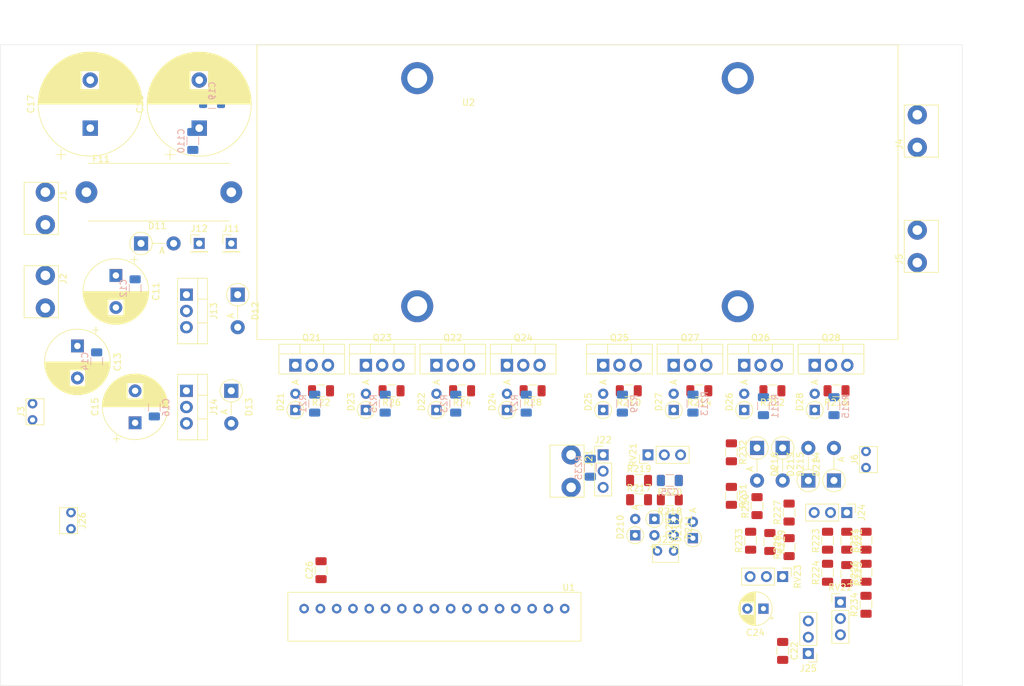
<source format=kicad_pcb>
(kicad_pcb (version 20171130) (host pcbnew 5.1.5+dfsg1-2build2)
  (layers (0 F.Cu signal) (31 B.Cu signal) (34 B.Paste user) (35 F.Paste user) (36 B.SilkS user) (37 F.SilkS user) (38 B.Mask user) (39 F.Mask user) (44 Edge.Cuts user))
  (net 0 "")
  (net 1 GND)
  (net 2 /PowerSupply/+12V_OUT)
  (net 3 /PowerSupply/+HV_OUT)
  (net 4 /PowerBoard/V_FB)
  (net 5 "Net-(C25-Pad1)")
  (net 6 /PowerBoard/T_FB)
  (net 7 "Net-(D11-Pad2)")
  (net 8 /PowerBoard/2_HO)
  (net 9 "Net-(D21-Pad2)")
  (net 10 "Net-(D22-Pad2)")
  (net 11 /PowerBoard/2_LO)
  (net 12 "Net-(D23-Pad2)")
  (net 13 "Net-(D24-Pad2)")
  (net 14 "Net-(D25-Pad2)")
  (net 15 /PowerBoard/1_HO)
  (net 16 "Net-(D26-Pad2)")
  (net 17 /PowerBoard/1_LO)
  (net 18 "Net-(D27-Pad2)")
  (net 19 "Net-(D28-Pad2)")
  (net 20 "Net-(D211-Pad1)")
  (net 21 "Net-(D210-Pad1)")
  (net 22 "Net-(D211-Pad2)")
  (net 23 "Net-(D213-Pad2)")
  (net 24 "Net-(D213-Pad1)")
  (net 25 /PowerBoard/HV_SENSE_N)
  (net 26 "Net-(D215-Pad2)")
  (net 27 /PowerSupply/+HV_IN)
  (net 28 /PowerSupply/+12V_IN)
  (net 29 /PowerSupply/+5V_IN)
  (net 30 /PowerBoard/2_VS)
  (net 31 /PowerBoard/1_VS)
  (net 32 /PowerBoard/HV_SENSE_L)
  (net 33 "Net-(J21-Pad1)")
  (net 34 /PowerBoard/I_FB)
  (net 35 "Net-(J24-Pad1)")
  (net 36 "Net-(R221-Pad1)")
  (net 37 "Net-(R222-Pad1)")
  (net 38 "Net-(R223-Pad1)")
  (net 39 "Net-(R224-Pad1)")
  (net 40 "Net-(R225-Pad1)")
  (net 41 "Net-(R226-Pad1)")
  (net 42 "Net-(R227-Pad1)")
  (net 43 "Net-(R228-Pad1)")
  (net 44 "Net-(R229-Pad1)")
  (net 45 "Net-(R230-Pad1)")
  (net 46 "Net-(R231-Pad1)")
  (net 47 "Net-(C24-Pad1)")
  (net 48 "Net-(J25-Pad1)")
  (module power_board_for_egs002:SK68-100SA (layer F.Cu) (at 125 55)
    (fp_text reference U2 (at -17 -14) (layer F.SilkS))
    (fp_text value SK68-100SA)
    (pad 4 thru_hole circle (at -25 17.8) (size 5 5) (drill 3.1) (layers *.Cu *.Mask) (net 1 GND))
    (pad 3 thru_hole circle (at 25 17.8) (size 5 5) (drill 3.1) (layers *.Cu *.Mask) (net 1 GND))
    (pad 2 thru_hole circle (at 25 -17.8) (size 5 5) (drill 3.1) (layers *.Cu *.Mask) (net 1 GND))
    (pad 1 thru_hole circle (at -25 -17.8) (size 5 5) (drill 3.1) (layers *.Cu *.Mask) (net 1 GND))
  )
  (module Capacitor_SMD:C_1206_3216Metric (layer B.Cu) (at 56 70 270)
    (fp_text reference C12 (at 0 1.82 90) (layer B.SilkS) (effects (justify mirror)))
    (fp_text value 100n)
    (pad 1 smd roundrect (at -1.4 0 270) (size 1.25 1.75) (layers B.Cu B.Paste B.Mask) (roundrect_rratio 0.2) (net 28 /PowerSupply/+12V_IN))
    (pad 2 smd roundrect (at 1.4 0 270) (size 1.25 1.75) (layers B.Cu B.Paste B.Mask) (roundrect_rratio 0.2) (net 1 GND))
  )
  (module Capacitor_SMD:C_1206_3216Metric (layer B.Cu) (at 50 81.4 270)
    (fp_text reference C14 (at 0 1.82 90) (layer B.SilkS) (effects (justify mirror)))
    (fp_text value 100n)
    (pad 2 smd roundrect (at 1.4 0 270) (size 1.25 1.75) (layers B.Cu B.Paste B.Mask) (roundrect_rratio 0.2) (net 1 GND))
    (pad 1 smd roundrect (at -1.4 0 270) (size 1.25 1.75) (layers B.Cu B.Paste B.Mask) (roundrect_rratio 0.2) (net 2 /PowerSupply/+12V_OUT))
  )
  (module Capacitor_SMD:C_1206_3216Metric (layer B.Cu) (at 59 88.6 90)
    (fp_text reference C16 (at 0 1.82 90) (layer B.SilkS) (effects (justify mirror)))
    (fp_text value 100n)
    (pad 1 smd roundrect (at -1.4 0 90) (size 1.25 1.75) (layers B.Cu B.Paste B.Mask) (roundrect_rratio 0.2) (net 29 /PowerSupply/+5V_IN))
    (pad 2 smd roundrect (at 1.4 0 90) (size 1.25 1.75) (layers B.Cu B.Paste B.Mask) (roundrect_rratio 0.2) (net 1 GND))
  )
  (module Capacitor_THT:CP_Radial_D16.0mm_P7.50mm (layer F.Cu) (at 49 45 90)
    (fp_text reference C17 (at 3.75 -9.25 90) (layer F.SilkS))
    (fp_text value MCKSK050M222J36S)
    (pad 1 thru_hole rect (at 0 0 90) (size 2.4 2.4) (drill 1.2) (layers *.Cu *.Mask) (net 3 /PowerSupply/+HV_OUT))
    (pad 2 thru_hole circle (at 7.5 0 90) (size 2.4 2.4) (drill 1.2) (layers *.Cu *.Mask) (net 1 GND))
  )
  (module Capacitor_THT:CP_Radial_D16.0mm_P7.50mm (layer F.Cu) (at 66 45 90)
    (fp_text reference C18 (at 3.75 -9.25 90) (layer F.SilkS))
    (fp_text value MCKSK050M222J36S)
    (pad 2 thru_hole circle (at 7.5 0 90) (size 2.4 2.4) (drill 1.2) (layers *.Cu *.Mask) (net 1 GND))
    (pad 1 thru_hole rect (at 0 0 90) (size 2.4 2.4) (drill 1.2) (layers *.Cu *.Mask) (net 3 /PowerSupply/+HV_OUT))
  )
  (module Capacitor_SMD:C_1206_3216Metric (layer B.Cu) (at 68 41 180)
    (fp_text reference C19 (at 0 1.82 90) (layer B.SilkS) (effects (justify mirror)))
    (fp_text value 100n)
    (pad 2 smd roundrect (at 1.4 0 180) (size 1.25 1.75) (layers B.Cu B.Paste B.Mask) (roundrect_rratio 0.2) (net 1 GND))
    (pad 1 smd roundrect (at -1.4 0 180) (size 1.25 1.75) (layers B.Cu B.Paste B.Mask) (roundrect_rratio 0.2) (net 3 /PowerSupply/+HV_OUT))
  )
  (module Capacitor_SMD:C_1206_3216Metric (layer F.Cu) (at 157 126.6 270)
    (fp_text reference C22 (at 0 -1.82 90) (layer F.SilkS))
    (fp_text value 100n)
    (pad 2 smd roundrect (at 1.4 0 270) (size 1.25 1.75) (layers F.Cu F.Paste F.Mask) (roundrect_rratio 0.2) (net 1 GND))
    (pad 1 smd roundrect (at -1.4 0 270) (size 1.25 1.75) (layers F.Cu F.Paste F.Mask) (roundrect_rratio 0.2) (net 4 /PowerBoard/V_FB))
  )
  (module Capacitor_THT:CP_Radial_D5.0mm_P2.50mm (layer F.Cu) (at 154 120 180)
    (fp_text reference C24 (at 1.25 -3.75) (layer F.SilkS))
    (fp_text value 4.7u)
    (pad 1 thru_hole rect (at 0 0 180) (size 1.6 1.6) (drill 0.8) (layers *.Cu *.Mask) (net 47 "Net-(C24-Pad1)"))
    (pad 2 thru_hole circle (at 2.5 0 180) (size 1.6 1.6) (drill 0.8) (layers *.Cu *.Mask) (net 1 GND))
  )
  (module Capacitor_SMD:C_1206_3216Metric (layer B.Cu) (at 139.4 100)
    (fp_text reference C25 (at 0 1.82) (layer B.SilkS) (effects (justify mirror)))
    (fp_text value 100n)
    (pad 1 smd roundrect (at -1.4 0) (size 1.25 1.75) (layers B.Cu B.Paste B.Mask) (roundrect_rratio 0.2) (net 5 "Net-(C25-Pad1)"))
    (pad 2 smd roundrect (at 1.4 0) (size 1.25 1.75) (layers B.Cu B.Paste B.Mask) (roundrect_rratio 0.2) (net 1 GND))
  )
  (module Capacitor_SMD:C_1206_3216Metric (layer F.Cu) (at 85 114 90)
    (fp_text reference C26 (at 0 -1.82 90) (layer F.SilkS))
    (fp_text value 100n)
    (pad 2 smd roundrect (at 1.4 0 90) (size 1.25 1.75) (layers F.Cu F.Paste F.Mask) (roundrect_rratio 0.2) (net 1 GND))
    (pad 1 smd roundrect (at -1.4 0 90) (size 1.25 1.75) (layers F.Cu F.Paste F.Mask) (roundrect_rratio 0.2) (net 6 /PowerBoard/T_FB))
  )
  (module Capacitor_SMD:C_1206_3216Metric (layer B.Cu) (at 65 47 270)
    (fp_text reference C110 (at 0 1.82 90) (layer B.SilkS) (effects (justify mirror)))
    (fp_text value 100n)
    (pad 1 smd roundrect (at -1.4 0 270) (size 1.25 1.75) (layers B.Cu B.Paste B.Mask) (roundrect_rratio 0.2) (net 3 /PowerSupply/+HV_OUT))
    (pad 2 smd roundrect (at 1.4 0 270) (size 1.25 1.75) (layers B.Cu B.Paste B.Mask) (roundrect_rratio 0.2) (net 1 GND))
  )
  (module Diode_THT:D_DO-35_SOD27_P2.54mm_Vertical_AnodeUp (layer F.Cu) (at 81 89 90)
    (fp_text reference D21 (at 1.27 -2.326371 90) (layer F.SilkS))
    (fp_text value 1N4148)
    (fp_text user A (at 4.34 0 90) (layer F.SilkS))
    (pad 1 thru_hole rect (at 0 0 90) (size 1.6 1.6) (drill 0.8) (layers *.Cu *.Mask) (net 8 /PowerBoard/2_HO))
    (pad 2 thru_hole oval (at 2.54 0 90) (size 1.6 1.6) (drill 0.8) (layers *.Cu *.Mask) (net 9 "Net-(D21-Pad2)"))
  )
  (module Diode_THT:D_DO-35_SOD27_P2.54mm_Vertical_AnodeUp (layer F.Cu) (at 103 89 90)
    (fp_text reference D22 (at 1.27 -2.326371 90) (layer F.SilkS))
    (fp_text value 1N4148)
    (fp_text user A (at 4.34 0 90) (layer F.SilkS))
    (pad 2 thru_hole oval (at 2.54 0 90) (size 1.6 1.6) (drill 0.8) (layers *.Cu *.Mask) (net 10 "Net-(D22-Pad2)"))
    (pad 1 thru_hole rect (at 0 0 90) (size 1.6 1.6) (drill 0.8) (layers *.Cu *.Mask) (net 11 /PowerBoard/2_LO))
  )
  (module Diode_THT:D_DO-35_SOD27_P2.54mm_Vertical_AnodeUp (layer F.Cu) (at 92 89 90)
    (fp_text reference D23 (at 1.27 -2.326371 90) (layer F.SilkS))
    (fp_text value 1N4148)
    (fp_text user A (at 4.34 0 90) (layer F.SilkS))
    (pad 1 thru_hole rect (at 0 0 90) (size 1.6 1.6) (drill 0.8) (layers *.Cu *.Mask) (net 8 /PowerBoard/2_HO))
    (pad 2 thru_hole oval (at 2.54 0 90) (size 1.6 1.6) (drill 0.8) (layers *.Cu *.Mask) (net 12 "Net-(D23-Pad2)"))
  )
  (module Diode_THT:D_DO-35_SOD27_P2.54mm_Vertical_AnodeUp (layer F.Cu) (at 114 89 90)
    (fp_text reference D24 (at 1.27 -2.326371 90) (layer F.SilkS))
    (fp_text value 1N4148)
    (fp_text user A (at 4.34 0 90) (layer F.SilkS))
    (pad 1 thru_hole rect (at 0 0 90) (size 1.6 1.6) (drill 0.8) (layers *.Cu *.Mask) (net 11 /PowerBoard/2_LO))
    (pad 2 thru_hole oval (at 2.54 0 90) (size 1.6 1.6) (drill 0.8) (layers *.Cu *.Mask) (net 13 "Net-(D24-Pad2)"))
  )
  (module Diode_THT:D_DO-35_SOD27_P2.54mm_Vertical_AnodeUp (layer F.Cu) (at 129 89 90)
    (fp_text reference D25 (at 1.27 -2.326371 90) (layer F.SilkS))
    (fp_text value 1N4148)
    (fp_text user A (at 4.34 0 90) (layer F.SilkS))
    (pad 2 thru_hole oval (at 2.54 0 90) (size 1.6 1.6) (drill 0.8) (layers *.Cu *.Mask) (net 14 "Net-(D25-Pad2)"))
    (pad 1 thru_hole rect (at 0 0 90) (size 1.6 1.6) (drill 0.8) (layers *.Cu *.Mask) (net 15 /PowerBoard/1_HO))
  )
  (module Diode_THT:D_DO-35_SOD27_P2.54mm_Vertical_AnodeUp (layer F.Cu) (at 151 89 90)
    (fp_text reference D26 (at 1.27 -2.326371 90) (layer F.SilkS))
    (fp_text value 1N4148)
    (fp_text user A (at 4.34 0 90) (layer F.SilkS))
    (pad 2 thru_hole oval (at 2.54 0 90) (size 1.6 1.6) (drill 0.8) (layers *.Cu *.Mask) (net 16 "Net-(D26-Pad2)"))
    (pad 1 thru_hole rect (at 0 0 90) (size 1.6 1.6) (drill 0.8) (layers *.Cu *.Mask) (net 17 /PowerBoard/1_LO))
  )
  (module Diode_THT:D_DO-35_SOD27_P2.54mm_Vertical_AnodeUp (layer F.Cu) (at 140 89 90)
    (fp_text reference D27 (at 1.27 -2.326371 90) (layer F.SilkS))
    (fp_text value 1N4148)
    (fp_text user A (at 4.34 0 90) (layer F.SilkS))
    (pad 2 thru_hole oval (at 2.54 0 90) (size 1.6 1.6) (drill 0.8) (layers *.Cu *.Mask) (net 18 "Net-(D27-Pad2)"))
    (pad 1 thru_hole rect (at 0 0 90) (size 1.6 1.6) (drill 0.8) (layers *.Cu *.Mask) (net 15 /PowerBoard/1_HO))
  )
  (module Diode_THT:D_DO-35_SOD27_P2.54mm_Vertical_AnodeUp (layer F.Cu) (at 162 89 90)
    (fp_text reference D28 (at 1.27 -2.326371 90) (layer F.SilkS))
    (fp_text value 1N4148)
    (fp_text user A (at 4.34 0 90) (layer F.SilkS))
    (pad 1 thru_hole rect (at 0 0 90) (size 1.6 1.6) (drill 0.8) (layers *.Cu *.Mask) (net 17 /PowerBoard/1_LO))
    (pad 2 thru_hole oval (at 2.54 0 90) (size 1.6 1.6) (drill 0.8) (layers *.Cu *.Mask) (net 19 "Net-(D28-Pad2)"))
  )
  (module Diode_THT:D_DO-35_SOD27_P2.54mm_Vertical_AnodeUp (layer F.Cu) (at 137 106 270)
    (fp_text reference D29 (at 1.27 -2.326371 90) (layer F.SilkS))
    (fp_text value 1N4148)
    (fp_text user A (at 4.34 0 90) (layer F.SilkS))
    (pad 1 thru_hole rect (at 0 0 270) (size 1.6 1.6) (drill 0.8) (layers *.Cu *.Mask) (net 20 "Net-(D211-Pad1)"))
    (pad 2 thru_hole oval (at 2.54 0 270) (size 1.6 1.6) (drill 0.8) (layers *.Cu *.Mask) (net 21 "Net-(D210-Pad1)"))
  )
  (module Diode_THT:D_DO-35_SOD27_P2.54mm_Vertical_AnodeUp (layer F.Cu) (at 134 108.54 90)
    (fp_text reference D210 (at 1.27 -2.326371 90) (layer F.SilkS))
    (fp_text value 1N4148)
    (fp_text user A (at 4.34 0 90) (layer F.SilkS))
    (pad 2 thru_hole oval (at 2.54 0 90) (size 1.6 1.6) (drill 0.8) (layers *.Cu *.Mask) (net 1 GND))
    (pad 1 thru_hole rect (at 0 0 90) (size 1.6 1.6) (drill 0.8) (layers *.Cu *.Mask) (net 21 "Net-(D210-Pad1)"))
  )
  (module Diode_THT:D_DO-35_SOD27_P2.54mm_Vertical_AnodeUp (layer F.Cu) (at 140 106 270)
    (fp_text reference D211 (at 1.27 -2.326371 90) (layer F.SilkS))
    (fp_text value 1N4148)
    (fp_text user A (at 4.34 0 90) (layer F.SilkS))
    (pad 1 thru_hole rect (at 0 0 270) (size 1.6 1.6) (drill 0.8) (layers *.Cu *.Mask) (net 20 "Net-(D211-Pad1)"))
    (pad 2 thru_hole oval (at 2.54 0 270) (size 1.6 1.6) (drill 0.8) (layers *.Cu *.Mask) (net 22 "Net-(D211-Pad2)"))
  )
  (module Diode_THT:D_DO-35_SOD27_P2.54mm_Vertical_AnodeUp (layer F.Cu) (at 143 109 90)
    (fp_text reference D212 (at 1.27 -2.326371 90) (layer F.SilkS))
    (fp_text value 1N4148)
    (fp_text user A (at 4.34 0 90) (layer F.SilkS))
    (pad 2 thru_hole oval (at 2.54 0 90) (size 1.6 1.6) (drill 0.8) (layers *.Cu *.Mask) (net 1 GND))
    (pad 1 thru_hole rect (at 0 0 90) (size 1.6 1.6) (drill 0.8) (layers *.Cu *.Mask) (net 22 "Net-(D211-Pad2)"))
  )
  (module Diode_THT:D_DO-41_SOD81_P5.08mm_Vertical_AnodeUp (layer F.Cu) (at 161 100 90)
    (fp_text reference D213 (at 2.54 -2.750635 90) (layer F.SilkS))
    (fp_text value 1N4007)
    (fp_text user A (at 3.28 1.1 90) (layer F.SilkS))
    (pad 2 thru_hole oval (at 5.08 0 90) (size 2.2 2.2) (drill 1.1) (layers *.Cu *.Mask) (net 23 "Net-(D213-Pad2)"))
    (pad 1 thru_hole rect (at 0 0 90) (size 2.2 2.2) (drill 1.1) (layers *.Cu *.Mask) (net 24 "Net-(D213-Pad1)"))
  )
  (module Diode_THT:D_DO-41_SOD81_P5.08mm_Vertical_AnodeUp (layer F.Cu) (at 165 100 90)
    (fp_text reference D214 (at 2.54 -2.750635 90) (layer F.SilkS))
    (fp_text value 1N4007)
    (fp_text user A (at 3.28 1.1 90) (layer F.SilkS))
    (pad 1 thru_hole rect (at 0 0 90) (size 2.2 2.2) (drill 1.1) (layers *.Cu *.Mask) (net 24 "Net-(D213-Pad1)"))
    (pad 2 thru_hole oval (at 5.08 0 90) (size 2.2 2.2) (drill 1.1) (layers *.Cu *.Mask) (net 25 /PowerBoard/HV_SENSE_N))
  )
  (module Diode_THT:D_DO-41_SOD81_P5.08mm_Vertical_AnodeUp (layer F.Cu) (at 157 94.92 270)
    (fp_text reference D215 (at 2.54 -2.750635 90) (layer F.SilkS))
    (fp_text value 1N4007)
    (fp_text user A (at 3.28 1.1 90) (layer F.SilkS))
    (pad 1 thru_hole rect (at 0 0 270) (size 2.2 2.2) (drill 1.1) (layers *.Cu *.Mask) (net 23 "Net-(D213-Pad2)"))
    (pad 2 thru_hole oval (at 5.08 0 270) (size 2.2 2.2) (drill 1.1) (layers *.Cu *.Mask) (net 26 "Net-(D215-Pad2)"))
  )
  (module Diode_THT:D_DO-41_SOD81_P5.08mm_Vertical_AnodeUp (layer F.Cu) (at 153 94.92 270)
    (fp_text reference D216 (at 2.54 -2.750635 90) (layer F.SilkS))
    (fp_text value 1N4007)
    (fp_text user A (at 3.28 1.1 90) (layer F.SilkS))
    (pad 2 thru_hole oval (at 5.08 0 270) (size 2.2 2.2) (drill 1.1) (layers *.Cu *.Mask) (net 26 "Net-(D215-Pad2)"))
    (pad 1 thru_hole rect (at 0 0 270) (size 2.2 2.2) (drill 1.1) (layers *.Cu *.Mask) (net 25 /PowerBoard/HV_SENSE_N))
  )
  (module power_board_for_egs002:696101000002 (layer F.Cu) (at 59.7 55)
    (fp_text reference F11 (at -9 -5.2) (layer F.SilkS))
    (fp_text value Fuse_Small)
    (pad 1 thru_hole circle (at -11.3 0) (size 3.4 3.4) (drill 1.5) (layers *.Cu *.Mask) (net 27 /PowerSupply/+HV_IN))
    (pad 2 thru_hole circle (at 11.3 0) (size 3.4 3.4) (drill 1.5) (layers *.Cu *.Mask) (net 3 /PowerSupply/+HV_OUT))
  )
  (module power_board_for_egs002:conn_5.08 (layer F.Cu) (at 42 55 270)
    (fp_text reference J1 (at 0.508 -2.794 90) (layer F.SilkS))
    (fp_text value +HV)
    (pad 1 thru_hole circle (at 0 0 270) (size 3 3) (drill 1.5) (layers *.Cu *.Mask) (net 27 /PowerSupply/+HV_IN))
    (pad 2 thru_hole circle (at 5.08 0 270) (size 3 3) (drill 1.5) (layers *.Cu *.Mask) (net 1 GND))
  )
  (module power_board_for_egs002:conn_5.08 (layer F.Cu) (at 42 68 270)
    (fp_text reference J2 (at 0.508 -2.794 90) (layer F.SilkS))
    (fp_text value +12V)
    (pad 2 thru_hole circle (at 5.08 0 270) (size 3 3) (drill 1.5) (layers *.Cu *.Mask) (net 1 GND))
    (pad 1 thru_hole circle (at 0 0 270) (size 3 3) (drill 1.5) (layers *.Cu *.Mask) (net 28 /PowerSupply/+12V_IN))
  )
  (module power_board_for_egs002:conn_2.54 (layer F.Cu) (at 40 90.54 90)
    (fp_text reference J3 (at 1.27 -1.778 90) (layer F.SilkS))
    (fp_text value +5V)
    (pad 1 thru_hole circle (at 0 0 90) (size 1.5 1.5) (drill 0.8) (layers *.Cu *.Mask) (net 29 /PowerSupply/+5V_IN))
    (pad 2 thru_hole circle (at 2.54 0 90) (size 1.5 1.5) (drill 0.8) (layers *.Cu *.Mask) (net 1 GND))
  )
  (module power_board_for_egs002:conn_5.08 (layer F.Cu) (at 178 48 90)
    (fp_text reference J4 (at 0.508 -2.794 90) (layer F.SilkS))
    (fp_text value BRIGDE_OUT_2)
    (pad 1 thru_hole circle (at 0 0 90) (size 3 3) (drill 1.5) (layers *.Cu *.Mask) (net 30 /PowerBoard/2_VS))
    (pad 2 thru_hole circle (at 5.08 0 90) (size 3 3) (drill 1.5) (layers *.Cu *.Mask) (net 30 /PowerBoard/2_VS))
  )
  (module power_board_for_egs002:conn_5.08 (layer F.Cu) (at 178 66 90)
    (fp_text reference J5 (at 0.508 -2.794 90) (layer F.SilkS))
    (fp_text value BRIGDE_OUT_1)
    (pad 2 thru_hole circle (at 5.08 0 90) (size 3 3) (drill 1.5) (layers *.Cu *.Mask) (net 31 /PowerBoard/1_VS))
    (pad 1 thru_hole circle (at 0 0 90) (size 3 3) (drill 1.5) (layers *.Cu *.Mask) (net 31 /PowerBoard/1_VS))
  )
  (module power_board_for_egs002:conn_2.54 (layer F.Cu) (at 170 98 90)
    (fp_text reference J6 (at 1.27 -1.778 90) (layer F.SilkS))
    (fp_text value HV_SENSE)
    (pad 2 thru_hole circle (at 2.54 0 90) (size 1.5 1.5) (drill 0.8) (layers *.Cu *.Mask) (net 25 /PowerBoard/HV_SENSE_N))
    (pad 1 thru_hole circle (at 0 0 90) (size 1.5 1.5) (drill 0.8) (layers *.Cu *.Mask) (net 32 /PowerBoard/HV_SENSE_L))
  )
  (module Connector_PinHeader_2.54mm:PinHeader_1x01_P2.54mm_Vertical (layer F.Cu) (at 71 63)
    (fp_text reference J11 (at 0 -2.33) (layer F.SilkS))
    (fp_text value +HV_TO_12)
    (pad 1 thru_hole rect (at 0 0) (size 1.7 1.7) (drill 1) (layers *.Cu *.Mask) (net 3 /PowerSupply/+HV_OUT))
  )
  (module Connector_PinHeader_2.54mm:PinHeader_1x01_P2.54mm_Vertical (layer F.Cu) (at 66 63)
    (fp_text reference J12 (at 0 -2.33) (layer F.SilkS))
    (fp_text value +HV_TO_12)
    (pad 1 thru_hole rect (at 0 0) (size 1.7 1.7) (drill 1) (layers *.Cu *.Mask) (net 7 "Net-(D11-Pad2)"))
  )
  (module power_board_for_egs002:conn_5.08 (layer F.Cu) (at 124 96 270)
    (fp_text reference J21 (at 0.508 -2.794 90) (layer F.SilkS))
    (fp_text value Conn_01x02)
    (pad 1 thru_hole circle (at 0 0 270) (size 3 3) (drill 1.5) (layers *.Cu *.Mask) (net 33 "Net-(J21-Pad1)"))
    (pad 2 thru_hole circle (at 5.08 0 270) (size 3 3) (drill 1.5) (layers *.Cu *.Mask) (net 1 GND))
  )
  (module Connector_PinHeader_2.54mm:PinHeader_1x03_P2.54mm_Vertical (layer F.Cu) (at 129 96)
    (fp_text reference J22 (at 0 -2.33) (layer F.SilkS))
    (fp_text value Conn_01x03)
    (pad 1 thru_hole rect (at 0 0) (size 1.7 1.7) (drill 1) (layers *.Cu *.Mask) (net 33 "Net-(J21-Pad1)"))
    (pad 2 thru_hole oval (at 0 2.54) (size 1.7 1.7) (drill 1) (layers *.Cu *.Mask) (net 34 /PowerBoard/I_FB))
    (pad 3 thru_hole oval (at 0 5.08) (size 1.7 1.7) (drill 1) (layers *.Cu *.Mask) (net 5 "Net-(C25-Pad1)"))
  )
  (module power_board_for_egs002:conn_2.54 (layer F.Cu) (at 137.46 111)
    (fp_text reference J23 (at 1.27 -1.778) (layer F.SilkS))
    (fp_text value Conn_01x02)
    (pad 2 thru_hole circle (at 2.54 0) (size 1.5 1.5) (drill 0.8) (layers *.Cu *.Mask) (net 22 "Net-(D211-Pad2)"))
    (pad 1 thru_hole circle (at 0 0) (size 1.5 1.5) (drill 0.8) (layers *.Cu *.Mask) (net 21 "Net-(D210-Pad1)"))
  )
  (module Connector_PinHeader_2.54mm:PinHeader_1x03_P2.54mm_Vertical (layer F.Cu) (at 167 105 270)
    (fp_text reference J24 (at 0 -2.33 90) (layer F.SilkS))
    (fp_text value HV_SENSE_SELECT_A)
    (pad 1 thru_hole rect (at 0 0 270) (size 1.7 1.7) (drill 1) (layers *.Cu *.Mask) (net 35 "Net-(J24-Pad1)"))
    (pad 2 thru_hole oval (at 0 2.54 270) (size 1.7 1.7) (drill 1) (layers *.Cu *.Mask) (net 32 /PowerBoard/HV_SENSE_L))
    (pad 3 thru_hole oval (at 0 5.08 270) (size 1.7 1.7) (drill 1) (layers *.Cu *.Mask) (net 23 "Net-(D213-Pad2)"))
  )
  (module Connector_PinHeader_2.54mm:PinHeader_1x03_P2.54mm_Vertical (layer F.Cu) (at 161 127 180)
    (fp_text reference J25 (at 0 -2.33) (layer F.SilkS))
    (fp_text value HV_SENSE_SELECT_B)
    (pad 3 thru_hole oval (at 0 5.08 180) (size 1.7 1.7) (drill 1) (layers *.Cu *.Mask) (net 47 "Net-(C24-Pad1)"))
    (pad 2 thru_hole oval (at 0 2.54 180) (size 1.7 1.7) (drill 1) (layers *.Cu *.Mask) (net 4 /PowerBoard/V_FB))
    (pad 1 thru_hole rect (at 0 0 180) (size 1.7 1.7) (drill 1) (layers *.Cu *.Mask) (net 48 "Net-(J25-Pad1)"))
  )
  (module power_board_for_egs002:conn_2.54 (layer F.Cu) (at 46 105 270)
    (fp_text reference J26 (at 1.27 -1.778 90) (layer F.SilkS))
    (fp_text value Conn_01x02)
    (pad 1 thru_hole circle (at 0 0 270) (size 1.5 1.5) (drill 0.8) (layers *.Cu *.Mask) (net 29 /PowerSupply/+5V_IN))
    (pad 2 thru_hole circle (at 2.54 0 270) (size 1.5 1.5) (drill 0.8) (layers *.Cu *.Mask) (net 6 /PowerBoard/T_FB))
  )
  (module Package_TO_SOT_THT:TO-220-3_Vertical (layer F.Cu) (at 81 82)
    (fp_text reference Q21 (at 2.54 -4.27) (layer F.SilkS))
    (fp_text value TK40E06N1)
    (pad 1 thru_hole rect (at 0 0) (size 1.905 2) (drill 1.1) (layers *.Cu *.Mask) (net 9 "Net-(D21-Pad2)"))
    (pad 2 thru_hole oval (at 2.54 0) (size 1.905 2) (drill 1.1) (layers *.Cu *.Mask) (net 3 /PowerSupply/+HV_OUT))
    (pad 3 thru_hole oval (at 5.08 0) (size 1.905 2) (drill 1.1) (layers *.Cu *.Mask) (net 30 /PowerBoard/2_VS))
  )
  (module Package_TO_SOT_THT:TO-220-3_Vertical (layer F.Cu) (at 103 82)
    (fp_text reference Q22 (at 2.54 -4.27) (layer F.SilkS))
    (fp_text value TK40E06N1)
    (pad 3 thru_hole oval (at 5.08 0) (size 1.905 2) (drill 1.1) (layers *.Cu *.Mask) (net 33 "Net-(J21-Pad1)"))
    (pad 2 thru_hole oval (at 2.54 0) (size 1.905 2) (drill 1.1) (layers *.Cu *.Mask) (net 30 /PowerBoard/2_VS))
    (pad 1 thru_hole rect (at 0 0) (size 1.905 2) (drill 1.1) (layers *.Cu *.Mask) (net 10 "Net-(D22-Pad2)"))
  )
  (module Package_TO_SOT_THT:TO-220-3_Vertical (layer F.Cu) (at 92 82)
    (fp_text reference Q23 (at 2.54 -4.27) (layer F.SilkS))
    (fp_text value TK40E06N1)
    (pad 1 thru_hole rect (at 0 0) (size 1.905 2) (drill 1.1) (layers *.Cu *.Mask) (net 12 "Net-(D23-Pad2)"))
    (pad 2 thru_hole oval (at 2.54 0) (size 1.905 2) (drill 1.1) (layers *.Cu *.Mask) (net 3 /PowerSupply/+HV_OUT))
    (pad 3 thru_hole oval (at 5.08 0) (size 1.905 2) (drill 1.1) (layers *.Cu *.Mask) (net 30 /PowerBoard/2_VS))
  )
  (module Package_TO_SOT_THT:TO-220-3_Vertical (layer F.Cu) (at 114 82)
    (fp_text reference Q24 (at 2.54 -4.27) (layer F.SilkS))
    (fp_text value TK40E06N1)
    (pad 3 thru_hole oval (at 5.08 0) (size 1.905 2) (drill 1.1) (layers *.Cu *.Mask) (net 33 "Net-(J21-Pad1)"))
    (pad 2 thru_hole oval (at 2.54 0) (size 1.905 2) (drill 1.1) (layers *.Cu *.Mask) (net 30 /PowerBoard/2_VS))
    (pad 1 thru_hole rect (at 0 0) (size 1.905 2) (drill 1.1) (layers *.Cu *.Mask) (net 13 "Net-(D24-Pad2)"))
  )
  (module Package_TO_SOT_THT:TO-220-3_Vertical (layer F.Cu) (at 129 82)
    (fp_text reference Q25 (at 2.54 -4.27) (layer F.SilkS))
    (fp_text value TK40E06N1)
    (pad 3 thru_hole oval (at 5.08 0) (size 1.905 2) (drill 1.1) (layers *.Cu *.Mask) (net 31 /PowerBoard/1_VS))
    (pad 2 thru_hole oval (at 2.54 0) (size 1.905 2) (drill 1.1) (layers *.Cu *.Mask) (net 3 /PowerSupply/+HV_OUT))
    (pad 1 thru_hole rect (at 0 0) (size 1.905 2) (drill 1.1) (layers *.Cu *.Mask) (net 14 "Net-(D25-Pad2)"))
  )
  (module Package_TO_SOT_THT:TO-220-3_Vertical (layer F.Cu) (at 151 82)
    (fp_text reference Q26 (at 2.54 -4.27) (layer F.SilkS))
    (fp_text value TK40E06N1)
    (pad 1 thru_hole rect (at 0 0) (size 1.905 2) (drill 1.1) (layers *.Cu *.Mask) (net 16 "Net-(D26-Pad2)"))
    (pad 2 thru_hole oval (at 2.54 0) (size 1.905 2) (drill 1.1) (layers *.Cu *.Mask) (net 31 /PowerBoard/1_VS))
    (pad 3 thru_hole oval (at 5.08 0) (size 1.905 2) (drill 1.1) (layers *.Cu *.Mask) (net 33 "Net-(J21-Pad1)"))
  )
  (module Package_TO_SOT_THT:TO-220-3_Vertical (layer F.Cu) (at 140 82)
    (fp_text reference Q27 (at 2.54 -4.27) (layer F.SilkS))
    (fp_text value TK40E06N1)
    (pad 1 thru_hole rect (at 0 0) (size 1.905 2) (drill 1.1) (layers *.Cu *.Mask) (net 18 "Net-(D27-Pad2)"))
    (pad 2 thru_hole oval (at 2.54 0) (size 1.905 2) (drill 1.1) (layers *.Cu *.Mask) (net 3 /PowerSupply/+HV_OUT))
    (pad 3 thru_hole oval (at 5.08 0) (size 1.905 2) (drill 1.1) (layers *.Cu *.Mask) (net 31 /PowerBoard/1_VS))
  )
  (module Package_TO_SOT_THT:TO-220-3_Vertical (layer F.Cu) (at 162 82)
    (fp_text reference Q28 (at 2.54 -4.27) (layer F.SilkS))
    (fp_text value TK40E06N1)
    (pad 3 thru_hole oval (at 5.08 0) (size 1.905 2) (drill 1.1) (layers *.Cu *.Mask) (net 33 "Net-(J21-Pad1)"))
    (pad 2 thru_hole oval (at 2.54 0) (size 1.905 2) (drill 1.1) (layers *.Cu *.Mask) (net 31 /PowerBoard/1_VS))
    (pad 1 thru_hole rect (at 0 0) (size 1.905 2) (drill 1.1) (layers *.Cu *.Mask) (net 19 "Net-(D28-Pad2)"))
  )
  (module Resistor_SMD:R_1206_3216Metric (layer B.Cu) (at 84 88 270)
    (fp_text reference R21 (at 0 1.82 90) (layer B.SilkS) (effects (justify mirror)))
    (fp_text value 5.6)
    (pad 1 smd roundrect (at -1.4 0 270) (size 1.25 1.75) (layers B.Cu B.Paste B.Mask) (roundrect_rratio 0.2) (net 9 "Net-(D21-Pad2)"))
    (pad 2 smd roundrect (at 1.4 0 270) (size 1.25 1.75) (layers B.Cu B.Paste B.Mask) (roundrect_rratio 0.2) (net 8 /PowerBoard/2_HO))
  )
  (module Resistor_SMD:R_1206_3216Metric (layer F.Cu) (at 85 86 180)
    (fp_text reference R22 (at 0 -1.82 180) (layer F.SilkS))
    (fp_text value 10k)
    (pad 1 smd roundrect (at -1.4 0 180) (size 1.25 1.75) (layers F.Cu F.Paste F.Mask) (roundrect_rratio 0.2) (net 30 /PowerBoard/2_VS))
    (pad 2 smd roundrect (at 1.4 0 180) (size 1.25 1.75) (layers F.Cu F.Paste F.Mask) (roundrect_rratio 0.2) (net 9 "Net-(D21-Pad2)"))
  )
  (module Resistor_SMD:R_1206_3216Metric (layer B.Cu) (at 106 88 270)
    (fp_text reference R23 (at 0 1.82 90) (layer B.SilkS) (effects (justify mirror)))
    (fp_text value 5.6)
    (pad 1 smd roundrect (at -1.4 0 270) (size 1.25 1.75) (layers B.Cu B.Paste B.Mask) (roundrect_rratio 0.2) (net 10 "Net-(D22-Pad2)"))
    (pad 2 smd roundrect (at 1.4 0 270) (size 1.25 1.75) (layers B.Cu B.Paste B.Mask) (roundrect_rratio 0.2) (net 11 /PowerBoard/2_LO))
  )
  (module Resistor_SMD:R_1206_3216Metric (layer F.Cu) (at 107 86 180)
    (fp_text reference R24 (at 0 -1.82) (layer F.SilkS))
    (fp_text value 10k)
    (pad 2 smd roundrect (at 1.4 0 180) (size 1.25 1.75) (layers F.Cu F.Paste F.Mask) (roundrect_rratio 0.2) (net 10 "Net-(D22-Pad2)"))
    (pad 1 smd roundrect (at -1.4 0 180) (size 1.25 1.75) (layers F.Cu F.Paste F.Mask) (roundrect_rratio 0.2) (net 33 "Net-(J21-Pad1)"))
  )
  (module Resistor_SMD:R_1206_3216Metric (layer B.Cu) (at 95 88 270)
    (fp_text reference R25 (at 0 1.82 90) (layer B.SilkS) (effects (justify mirror)))
    (fp_text value 5.6)
    (pad 1 smd roundrect (at -1.4 0 270) (size 1.25 1.75) (layers B.Cu B.Paste B.Mask) (roundrect_rratio 0.2) (net 12 "Net-(D23-Pad2)"))
    (pad 2 smd roundrect (at 1.4 0 270) (size 1.25 1.75) (layers B.Cu B.Paste B.Mask) (roundrect_rratio 0.2) (net 8 /PowerBoard/2_HO))
  )
  (module Resistor_SMD:R_1206_3216Metric (layer F.Cu) (at 96 86 180)
    (fp_text reference R26 (at 0 -1.82) (layer F.SilkS))
    (fp_text value 10k)
    (pad 2 smd roundrect (at 1.4 0 180) (size 1.25 1.75) (layers F.Cu F.Paste F.Mask) (roundrect_rratio 0.2) (net 12 "Net-(D23-Pad2)"))
    (pad 1 smd roundrect (at -1.4 0 180) (size 1.25 1.75) (layers F.Cu F.Paste F.Mask) (roundrect_rratio 0.2) (net 30 /PowerBoard/2_VS))
  )
  (module Resistor_SMD:R_1206_3216Metric (layer B.Cu) (at 117 88 270)
    (fp_text reference R27 (at 0 1.82 90) (layer B.SilkS) (effects (justify mirror)))
    (fp_text value 5.6)
    (pad 2 smd roundrect (at 1.4 0 270) (size 1.25 1.75) (layers B.Cu B.Paste B.Mask) (roundrect_rratio 0.2) (net 11 /PowerBoard/2_LO))
    (pad 1 smd roundrect (at -1.4 0 270) (size 1.25 1.75) (layers B.Cu B.Paste B.Mask) (roundrect_rratio 0.2) (net 13 "Net-(D24-Pad2)"))
  )
  (module Resistor_SMD:R_1206_3216Metric (layer F.Cu) (at 118 86 180)
    (fp_text reference R28 (at 0 -1.82) (layer F.SilkS))
    (fp_text value 10k)
    (pad 1 smd roundrect (at -1.4 0 180) (size 1.25 1.75) (layers F.Cu F.Paste F.Mask) (roundrect_rratio 0.2) (net 33 "Net-(J21-Pad1)"))
    (pad 2 smd roundrect (at 1.4 0 180) (size 1.25 1.75) (layers F.Cu F.Paste F.Mask) (roundrect_rratio 0.2) (net 13 "Net-(D24-Pad2)"))
  )
  (module Resistor_SMD:R_1206_3216Metric (layer B.Cu) (at 132 88 90)
    (fp_text reference R29 (at 0 1.82 90) (layer B.SilkS) (effects (justify mirror)))
    (fp_text value 5.6)
    (pad 2 smd roundrect (at 1.4 0 90) (size 1.25 1.75) (layers B.Cu B.Paste B.Mask) (roundrect_rratio 0.2) (net 14 "Net-(D25-Pad2)"))
    (pad 1 smd roundrect (at -1.4 0 90) (size 1.25 1.75) (layers B.Cu B.Paste B.Mask) (roundrect_rratio 0.2) (net 15 /PowerBoard/1_HO))
  )
  (module Resistor_SMD:R_1206_3216Metric (layer F.Cu) (at 133 86 180)
    (fp_text reference R210 (at 0 -1.82) (layer F.SilkS))
    (fp_text value 10k)
    (pad 2 smd roundrect (at 1.4 0 180) (size 1.25 1.75) (layers F.Cu F.Paste F.Mask) (roundrect_rratio 0.2) (net 14 "Net-(D25-Pad2)"))
    (pad 1 smd roundrect (at -1.4 0 180) (size 1.25 1.75) (layers F.Cu F.Paste F.Mask) (roundrect_rratio 0.2) (net 31 /PowerBoard/1_VS))
  )
  (module Resistor_SMD:R_1206_3216Metric (layer B.Cu) (at 154 88.4 90)
    (fp_text reference R211 (at 0 1.82 90) (layer B.SilkS) (effects (justify mirror)))
    (fp_text value 5.6)
    (pad 1 smd roundrect (at -1.4 0 90) (size 1.25 1.75) (layers B.Cu B.Paste B.Mask) (roundrect_rratio 0.2) (net 17 /PowerBoard/1_LO))
    (pad 2 smd roundrect (at 1.4 0 90) (size 1.25 1.75) (layers B.Cu B.Paste B.Mask) (roundrect_rratio 0.2) (net 16 "Net-(D26-Pad2)"))
  )
  (module Resistor_SMD:R_1206_3216Metric (layer F.Cu) (at 155.4 86 180)
    (fp_text reference R212 (at 0 -1.82) (layer F.SilkS))
    (fp_text value 10k)
    (pad 1 smd roundrect (at -1.4 0 180) (size 1.25 1.75) (layers F.Cu F.Paste F.Mask) (roundrect_rratio 0.2) (net 33 "Net-(J21-Pad1)"))
    (pad 2 smd roundrect (at 1.4 0 180) (size 1.25 1.75) (layers F.Cu F.Paste F.Mask) (roundrect_rratio 0.2) (net 16 "Net-(D26-Pad2)"))
  )
  (module Resistor_SMD:R_1206_3216Metric (layer B.Cu) (at 143 88 90)
    (fp_text reference R213 (at 0 1.82 90) (layer B.SilkS) (effects (justify mirror)))
    (fp_text value 5.6)
    (pad 1 smd roundrect (at -1.4 0 90) (size 1.25 1.75) (layers B.Cu B.Paste B.Mask) (roundrect_rratio 0.2) (net 15 /PowerBoard/1_HO))
    (pad 2 smd roundrect (at 1.4 0 90) (size 1.25 1.75) (layers B.Cu B.Paste B.Mask) (roundrect_rratio 0.2) (net 18 "Net-(D27-Pad2)"))
  )
  (module Resistor_SMD:R_1206_3216Metric (layer F.Cu) (at 144 86 180)
    (fp_text reference R214 (at 0 -1.82) (layer F.SilkS))
    (fp_text value 10k)
    (pad 1 smd roundrect (at -1.4 0 180) (size 1.25 1.75) (layers F.Cu F.Paste F.Mask) (roundrect_rratio 0.2) (net 31 /PowerBoard/1_VS))
    (pad 2 smd roundrect (at 1.4 0 180) (size 1.25 1.75) (layers F.Cu F.Paste F.Mask) (roundrect_rratio 0.2) (net 18 "Net-(D27-Pad2)"))
  )
  (module Resistor_SMD:R_1206_3216Metric (layer B.Cu) (at 165 88.4 90)
    (fp_text reference R215 (at 0 1.82 270) (layer B.SilkS) (effects (justify mirror)))
    (fp_text value 5.6)
    (pad 1 smd roundrect (at -1.4 0 90) (size 1.25 1.75) (layers B.Cu B.Paste B.Mask) (roundrect_rratio 0.2) (net 17 /PowerBoard/1_LO))
    (pad 2 smd roundrect (at 1.4 0 90) (size 1.25 1.75) (layers B.Cu B.Paste B.Mask) (roundrect_rratio 0.2) (net 19 "Net-(D28-Pad2)"))
  )
  (module Resistor_SMD:R_1206_3216Metric (layer F.Cu) (at 165.4 86 180)
    (fp_text reference R216 (at 0 -1.82) (layer F.SilkS))
    (fp_text value 10k)
    (pad 2 smd roundrect (at 1.4 0 180) (size 1.25 1.75) (layers F.Cu F.Paste F.Mask) (roundrect_rratio 0.2) (net 19 "Net-(D28-Pad2)"))
    (pad 1 smd roundrect (at -1.4 0 180) (size 1.25 1.75) (layers F.Cu F.Paste F.Mask) (roundrect_rratio 0.2) (net 33 "Net-(J21-Pad1)"))
  )
  (module Resistor_SMD:R_1206_3216Metric (layer F.Cu) (at 134.6 103)
    (fp_text reference R217 (at 0 -1.82) (layer F.SilkS))
    (fp_text value 10k)
    (pad 2 smd roundrect (at 1.4 0) (size 1.25 1.75) (layers F.Cu F.Paste F.Mask) (roundrect_rratio 0.2) (net 20 "Net-(D211-Pad1)"))
    (pad 1 smd roundrect (at -1.4 0) (size 1.25 1.75) (layers F.Cu F.Paste F.Mask) (roundrect_rratio 0.2) (net 1 GND))
  )
  (module Resistor_SMD:R_1206_3216Metric (layer F.Cu) (at 139.4 103 180)
    (fp_text reference R218 (at 0 -1.82) (layer F.SilkS))
    (fp_text value 10k)
    (pad 2 smd roundrect (at 1.4 0 180) (size 1.25 1.75) (layers F.Cu F.Paste F.Mask) (roundrect_rratio 0.2) (net 20 "Net-(D211-Pad1)"))
    (pad 1 smd roundrect (at -1.4 0 180) (size 1.25 1.75) (layers F.Cu F.Paste F.Mask) (roundrect_rratio 0.2) (net 1 GND))
  )
  (module Resistor_SMD:R_1206_3216Metric (layer F.Cu) (at 134.6 100)
    (fp_text reference R219 (at 0 -1.82) (layer F.SilkS))
    (fp_text value 10k)
    (pad 2 smd roundrect (at 1.4 0) (size 1.25 1.75) (layers F.Cu F.Paste F.Mask) (roundrect_rratio 0.2) (net 20 "Net-(D211-Pad1)"))
    (pad 1 smd roundrect (at -1.4 0) (size 1.25 1.75) (layers F.Cu F.Paste F.Mask) (roundrect_rratio 0.2) (net 1 GND))
  )
  (module Resistor_SMD:R_1206_3216Metric (layer F.Cu) (at 139.4 100 180)
    (fp_text reference R220 (at 0 -1.82) (layer F.SilkS))
    (fp_text value 10k)
    (pad 1 smd roundrect (at -1.4 0 180) (size 1.25 1.75) (layers F.Cu F.Paste F.Mask) (roundrect_rratio 0.2) (net 1 GND))
    (pad 2 smd roundrect (at 1.4 0 180) (size 1.25 1.75) (layers F.Cu F.Paste F.Mask) (roundrect_rratio 0.2) (net 20 "Net-(D211-Pad1)"))
  )
  (module Resistor_SMD:R_1206_3216Metric (layer F.Cu) (at 170 109.4 90)
    (fp_text reference R221 (at 0 -1.82 90) (layer F.SilkS))
    (fp_text value 33k)
    (pad 2 smd roundrect (at 1.4 0 90) (size 1.25 1.75) (layers F.Cu F.Paste F.Mask) (roundrect_rratio 0.2) (net 35 "Net-(J24-Pad1)"))
    (pad 1 smd roundrect (at -1.4 0 90) (size 1.25 1.75) (layers F.Cu F.Paste F.Mask) (roundrect_rratio 0.2) (net 36 "Net-(R221-Pad1)"))
  )
  (module Resistor_SMD:R_1206_3216Metric (layer F.Cu) (at 167 109.4 270)
    (fp_text reference R222 (at 0 -1.82 90) (layer F.SilkS))
    (fp_text value 33k)
    (pad 1 smd roundrect (at -1.4 0 270) (size 1.25 1.75) (layers F.Cu F.Paste F.Mask) (roundrect_rratio 0.2) (net 37 "Net-(R222-Pad1)"))
    (pad 2 smd roundrect (at 1.4 0 270) (size 1.25 1.75) (layers F.Cu F.Paste F.Mask) (roundrect_rratio 0.2) (net 36 "Net-(R221-Pad1)"))
  )
  (module Resistor_SMD:R_1206_3216Metric (layer F.Cu) (at 164 109.4 90)
    (fp_text reference R223 (at 0 -1.82 90) (layer F.SilkS))
    (fp_text value 33k)
    (pad 1 smd roundrect (at -1.4 0 90) (size 1.25 1.75) (layers F.Cu F.Paste F.Mask) (roundrect_rratio 0.2) (net 38 "Net-(R223-Pad1)"))
    (pad 2 smd roundrect (at 1.4 0 90) (size 1.25 1.75) (layers F.Cu F.Paste F.Mask) (roundrect_rratio 0.2) (net 37 "Net-(R222-Pad1)"))
  )
  (module Resistor_SMD:R_1206_3216Metric (layer F.Cu) (at 164 114.4 90)
    (fp_text reference R224 (at 0 -1.82 90) (layer F.SilkS))
    (fp_text value 33k)
    (pad 2 smd roundrect (at 1.4 0 90) (size 1.25 1.75) (layers F.Cu F.Paste F.Mask) (roundrect_rratio 0.2) (net 38 "Net-(R223-Pad1)"))
    (pad 1 smd roundrect (at -1.4 0 90) (size 1.25 1.75) (layers F.Cu F.Paste F.Mask) (roundrect_rratio 0.2) (net 39 "Net-(R224-Pad1)"))
  )
  (module Resistor_SMD:R_1206_3216Metric (layer F.Cu) (at 167 114.6 270)
    (fp_text reference R225 (at 0 -1.82 90) (layer F.SilkS))
    (fp_text value 33k)
    (pad 1 smd roundrect (at -1.4 0 270) (size 1.25 1.75) (layers F.Cu F.Paste F.Mask) (roundrect_rratio 0.2) (net 40 "Net-(R225-Pad1)"))
    (pad 2 smd roundrect (at 1.4 0 270) (size 1.25 1.75) (layers F.Cu F.Paste F.Mask) (roundrect_rratio 0.2) (net 39 "Net-(R224-Pad1)"))
  )
  (module Resistor_SMD:R_1206_3216Metric (layer F.Cu) (at 170 114.4 90)
    (fp_text reference R226 (at 0 -1.82 90) (layer F.SilkS))
    (fp_text value 33k)
    (pad 2 smd roundrect (at 1.4 0 90) (size 1.25 1.75) (layers F.Cu F.Paste F.Mask) (roundrect_rratio 0.2) (net 40 "Net-(R225-Pad1)"))
    (pad 1 smd roundrect (at -1.4 0 90) (size 1.25 1.75) (layers F.Cu F.Paste F.Mask) (roundrect_rratio 0.2) (net 41 "Net-(R226-Pad1)"))
  )
  (module Resistor_SMD:R_1206_3216Metric (layer F.Cu) (at 158 105 90)
    (fp_text reference R227 (at 0 -1.82 90) (layer F.SilkS))
    (fp_text value 33k)
    (pad 2 smd roundrect (at 1.4 0 90) (size 1.25 1.75) (layers F.Cu F.Paste F.Mask) (roundrect_rratio 0.2) (net 24 "Net-(D213-Pad1)"))
    (pad 1 smd roundrect (at -1.4 0 90) (size 1.25 1.75) (layers F.Cu F.Paste F.Mask) (roundrect_rratio 0.2) (net 42 "Net-(R227-Pad1)"))
  )
  (module Resistor_SMD:R_1206_3216Metric (layer F.Cu) (at 158 110.4 90)
    (fp_text reference R228 (at 0 -1.82 90) (layer F.SilkS))
    (fp_text value 33k)
    (pad 1 smd roundrect (at -1.4 0 90) (size 1.25 1.75) (layers F.Cu F.Paste F.Mask) (roundrect_rratio 0.2) (net 43 "Net-(R228-Pad1)"))
    (pad 2 smd roundrect (at 1.4 0 90) (size 1.25 1.75) (layers F.Cu F.Paste F.Mask) (roundrect_rratio 0.2) (net 42 "Net-(R227-Pad1)"))
  )
  (module Resistor_SMD:R_1206_3216Metric (layer F.Cu) (at 155 109.6 270)
    (fp_text reference R229 (at 0 -1.82 90) (layer F.SilkS))
    (fp_text value 33k)
    (pad 2 smd roundrect (at 1.4 0 270) (size 1.25 1.75) (layers F.Cu F.Paste F.Mask) (roundrect_rratio 0.2) (net 43 "Net-(R228-Pad1)"))
    (pad 1 smd roundrect (at -1.4 0 270) (size 1.25 1.75) (layers F.Cu F.Paste F.Mask) (roundrect_rratio 0.2) (net 44 "Net-(R229-Pad1)"))
  )
  (module Resistor_SMD:R_1206_3216Metric (layer F.Cu) (at 153 104 90)
    (fp_text reference R230 (at 0 -1.82 90) (layer F.SilkS))
    (fp_text value 33k)
    (pad 1 smd roundrect (at -1.4 0 90) (size 1.25 1.75) (layers F.Cu F.Paste F.Mask) (roundrect_rratio 0.2) (net 45 "Net-(R230-Pad1)"))
    (pad 2 smd roundrect (at 1.4 0 90) (size 1.25 1.75) (layers F.Cu F.Paste F.Mask) (roundrect_rratio 0.2) (net 26 "Net-(D215-Pad2)"))
  )
  (module Resistor_SMD:R_1206_3216Metric (layer F.Cu) (at 149 102.4 270)
    (fp_text reference R231 (at 0 -1.82 90) (layer F.SilkS))
    (fp_text value 33k)
    (pad 2 smd roundrect (at 1.4 0 270) (size 1.25 1.75) (layers F.Cu F.Paste F.Mask) (roundrect_rratio 0.2) (net 45 "Net-(R230-Pad1)"))
    (pad 1 smd roundrect (at -1.4 0 270) (size 1.25 1.75) (layers F.Cu F.Paste F.Mask) (roundrect_rratio 0.2) (net 46 "Net-(R231-Pad1)"))
  )
  (module Resistor_SMD:R_1206_3216Metric (layer F.Cu) (at 149 95.6 270)
    (fp_text reference R232 (at 0 -1.82 90) (layer F.SilkS))
    (fp_text value 33k)
    (pad 1 smd roundrect (at -1.4 0 270) (size 1.25 1.75) (layers F.Cu F.Paste F.Mask) (roundrect_rratio 0.2) (net 1 GND))
    (pad 2 smd roundrect (at 1.4 0 270) (size 1.25 1.75) (layers F.Cu F.Paste F.Mask) (roundrect_rratio 0.2) (net 46 "Net-(R231-Pad1)"))
  )
  (module Resistor_SMD:R_1206_3216Metric (layer F.Cu) (at 152 109.4 90)
    (fp_text reference R233 (at 0 -1.82 90) (layer F.SilkS))
    (fp_text value 10k)
    (pad 2 smd roundrect (at 1.4 0 90) (size 1.25 1.75) (layers F.Cu F.Paste F.Mask) (roundrect_rratio 0.2) (net 44 "Net-(R229-Pad1)"))
    (pad 1 smd roundrect (at -1.4 0 90) (size 1.25 1.75) (layers F.Cu F.Paste F.Mask) (roundrect_rratio 0.2) (net 1 GND))
  )
  (module Resistor_SMD:R_1206_3216Metric (layer F.Cu) (at 170 119.4 90)
    (fp_text reference R234 (at 0 -1.82 90) (layer F.SilkS))
    (fp_text value 10k)
    (pad 2 smd roundrect (at 1.4 0 90) (size 1.25 1.75) (layers F.Cu F.Paste F.Mask) (roundrect_rratio 0.2) (net 41 "Net-(R226-Pad1)"))
    (pad 1 smd roundrect (at -1.4 0 90) (size 1.25 1.75) (layers F.Cu F.Paste F.Mask) (roundrect_rratio 0.2) (net 1 GND))
  )
  (module Resistor_SMD:R_1206_3216Metric (layer B.Cu) (at 127 98 270)
    (fp_text reference R235 (at 0 1.82 90) (layer B.SilkS) (effects (justify mirror)))
    (fp_text value R_Small)
    (pad 1 smd roundrect (at -1.4 0 270) (size 1.25 1.75) (layers B.Cu B.Paste B.Mask) (roundrect_rratio 0.2) (net 33 "Net-(J21-Pad1)"))
    (pad 2 smd roundrect (at 1.4 0 270) (size 1.25 1.75) (layers B.Cu B.Paste B.Mask) (roundrect_rratio 0.2) (net 1 GND))
  )
  (module Connector_PinHeader_2.54mm:PinHeader_1x03_P2.54mm_Vertical (layer F.Cu) (at 136 96 90)
    (fp_text reference RV21 (at 0 -2.33 90) (layer F.SilkS))
    (fp_text value 100k)
    (pad 1 thru_hole rect (at 0 0 90) (size 1.7 1.7) (drill 1) (layers *.Cu *.Mask) (net 20 "Net-(D211-Pad1)"))
    (pad 2 thru_hole oval (at 0 2.54 90) (size 1.7 1.7) (drill 1) (layers *.Cu *.Mask) (net 5 "Net-(C25-Pad1)"))
    (pad 3 thru_hole oval (at 0 5.08 90) (size 1.7 1.7) (drill 1) (layers *.Cu *.Mask) (net 1 GND))
  )
  (module Connector_PinHeader_2.54mm:PinHeader_1x03_P2.54mm_Vertical (layer F.Cu) (at 166 119)
    (fp_text reference RV22 (at 0 -2.33) (layer F.SilkS))
    (fp_text value 100k)
    (pad 1 thru_hole rect (at 0 0) (size 1.7 1.7) (drill 1) (layers *.Cu *.Mask) (net 41 "Net-(R226-Pad1)"))
    (pad 2 thru_hole oval (at 0 2.54) (size 1.7 1.7) (drill 1) (layers *.Cu *.Mask) (net 48 "Net-(J25-Pad1)"))
    (pad 3 thru_hole oval (at 0 5.08) (size 1.7 1.7) (drill 1) (layers *.Cu *.Mask) (net 1 GND))
  )
  (module Connector_PinHeader_2.54mm:PinHeader_1x03_P2.54mm_Vertical (layer F.Cu) (at 157 115 270)
    (fp_text reference RV23 (at 0 -2.33 90) (layer F.SilkS))
    (fp_text value 100k)
    (pad 3 thru_hole oval (at 0 5.08 270) (size 1.7 1.7) (drill 1) (layers *.Cu *.Mask) (net 1 GND))
    (pad 2 thru_hole oval (at 0 2.54 270) (size 1.7 1.7) (drill 1) (layers *.Cu *.Mask) (net 47 "Net-(C24-Pad1)"))
    (pad 1 thru_hole rect (at 0 0 270) (size 1.7 1.7) (drill 1) (layers *.Cu *.Mask) (net 44 "Net-(R229-Pad1)"))
  )
  (module power_board_for_egs002:EGS002 (layer F.Cu) (at 123 120 180)
    (fp_text reference U1 (at -0.635 3.302) (layer F.SilkS))
    (fp_text value EGS002)
    (pad 1 thru_hole circle (at 0 0 180) (size 1.5 1.5) (drill 0.8) (layers *.Cu *.Mask) (net 34 /PowerBoard/I_FB))
    (pad 2 thru_hole circle (at 2.54 0 180) (size 1.5 1.5) (drill 0.8) (layers *.Cu *.Mask) (net 1 GND))
    (pad 3 thru_hole circle (at 5.08 0 180) (size 1.5 1.5) (drill 0.8) (layers *.Cu *.Mask) (net 17 /PowerBoard/1_LO))
    (pad 4 thru_hole circle (at 7.62 0 180) (size 1.5 1.5) (drill 0.8) (layers *.Cu *.Mask) (net 1 GND))
    (pad 5 thru_hole circle (at 10.16 0 180) (size 1.5 1.5) (drill 0.8) (layers *.Cu *.Mask) (net 31 /PowerBoard/1_VS))
    (pad 6 thru_hole circle (at 12.7 0 180) (size 1.5 1.5) (drill 0.8) (layers *.Cu *.Mask) (net 15 /PowerBoard/1_HO))
    (pad 7 thru_hole circle (at 15.24 0 180) (size 1.5 1.5) (drill 0.8) (layers *.Cu *.Mask) (net 1 GND))
    (pad 8 thru_hole circle (at 17.78 0 180) (size 1.5 1.5) (drill 0.8) (layers *.Cu *.Mask) (net 11 /PowerBoard/2_LO))
    (pad 9 thru_hole circle (at 20.32 0 180) (size 1.5 1.5) (drill 0.8) (layers *.Cu *.Mask) (net 30 /PowerBoard/2_VS))
    (pad 10 thru_hole circle (at 22.86 0 180) (size 1.5 1.5) (drill 0.8) (layers *.Cu *.Mask) (net 8 /PowerBoard/2_HO))
    (pad 11 thru_hole circle (at 25.4 0 180) (size 1.5 1.5) (drill 0.8) (layers *.Cu *.Mask) (net 1 GND))
    (pad 12 thru_hole circle (at 27.94 0 180) (size 1.5 1.5) (drill 0.8) (layers *.Cu *.Mask) (net 2 /PowerSupply/+12V_OUT))
    (pad 13 thru_hole circle (at 30.48 0 180) (size 1.5 1.5) (drill 0.8) (layers *.Cu *.Mask) (net 1 GND))
    (pad 14 thru_hole circle (at 33.02 0 180) (size 1.5 1.5) (drill 0.8) (layers *.Cu *.Mask) (net 29 /PowerSupply/+5V_IN))
    (pad 15 thru_hole circle (at 35.56 0 180) (size 1.5 1.5) (drill 0.8) (layers *.Cu *.Mask) (net 4 /PowerBoard/V_FB))
    (pad 16 thru_hole circle (at 38.1 0 180) (size 1.5 1.5) (drill 0.8) (layers *.Cu *.Mask) (net 6 /PowerBoard/T_FB))
    (pad 17 thru_hole circle (at 40.64 0 180) (size 1.5 1.5) (drill 0.8) (layers *.Cu *.Mask))
  )
  (module Diode_THT:D_DO-41_SOD81_P5.08mm_Vertical_AnodeUp (layer F.Cu) (at 56.92 63)
    (fp_text reference D11 (at 2.54 -2.750635) (layer F.SilkS))
    (fp_text value 1N4007)
    (fp_text user A (at 3.28 1.1) (layer F.SilkS))
    (pad 1 thru_hole rect (at 0 0) (size 2.2 2.2) (drill 1.1) (layers *.Cu *.Mask) (net 28 /PowerSupply/+12V_IN))
    (pad 2 thru_hole oval (at 5.08 0) (size 2.2 2.2) (drill 1.1) (layers *.Cu *.Mask) (net 7 "Net-(D11-Pad2)"))
  )
  (module Capacitor_THT:CP_Radial_D10.0mm_P5.00mm (layer F.Cu) (at 53 68 270)
    (fp_text reference C11 (at 2.5 -6.25 90) (layer F.SilkS))
    (fp_text value B41858C5477M000)
    (pad 1 thru_hole rect (at 0 0 270) (size 2 2) (drill 1) (layers *.Cu *.Mask) (net 28 /PowerSupply/+12V_IN))
    (pad 2 thru_hole circle (at 5 0 270) (size 2 2) (drill 1) (layers *.Cu *.Mask) (net 1 GND))
  )
  (module Capacitor_THT:CP_Radial_D10.0mm_P5.00mm (layer F.Cu) (at 47 79 270)
    (fp_text reference C13 (at 2.5 -6.25 90) (layer F.SilkS))
    (fp_text value 220u)
    (pad 2 thru_hole circle (at 5 0 270) (size 2 2) (drill 1) (layers *.Cu *.Mask) (net 1 GND))
    (pad 1 thru_hole rect (at 0 0 270) (size 2 2) (drill 1) (layers *.Cu *.Mask) (net 2 /PowerSupply/+12V_OUT))
  )
  (module Capacitor_THT:CP_Radial_D10.0mm_P5.00mm (layer F.Cu) (at 56 91 90)
    (fp_text reference C15 (at 2.5 -6.25 90) (layer F.SilkS))
    (fp_text value 220u)
    (pad 1 thru_hole rect (at 0 0 90) (size 2 2) (drill 1) (layers *.Cu *.Mask) (net 29 /PowerSupply/+5V_IN))
    (pad 2 thru_hole circle (at 5 0 90) (size 2 2) (drill 1) (layers *.Cu *.Mask) (net 1 GND))
  )
  (module Diode_THT:D_DO-41_SOD81_P5.08mm_Vertical_AnodeUp (layer F.Cu) (at 72 71 270)
    (fp_text reference D12 (at 2.54 -2.750635 90) (layer F.SilkS))
    (fp_text value 1N4007)
    (fp_text user A (at 3.28 1.1 90) (layer F.SilkS))
    (pad 1 thru_hole rect (at 0 0 270) (size 2.2 2.2) (drill 1.1) (layers *.Cu *.Mask) (net 28 /PowerSupply/+12V_IN))
    (pad 2 thru_hole oval (at 5.08 0 270) (size 2.2 2.2) (drill 1.1) (layers *.Cu *.Mask) (net 2 /PowerSupply/+12V_OUT))
  )
  (module Diode_THT:D_DO-41_SOD81_P5.08mm_Vertical_AnodeUp (layer F.Cu) (at 71 86 270)
    (fp_text reference D13 (at 2.54 -2.750635 90) (layer F.SilkS))
    (fp_text value 1N4007)
    (fp_text user A (at 3.28 1.1 90) (layer F.SilkS))
    (pad 1 thru_hole rect (at 0 0 270) (size 2.2 2.2) (drill 1.1) (layers *.Cu *.Mask) (net 2 /PowerSupply/+12V_OUT))
    (pad 2 thru_hole oval (at 5.08 0 270) (size 2.2 2.2) (drill 1.1) (layers *.Cu *.Mask) (net 29 /PowerSupply/+5V_IN))
  )
  (module Package_TO_SOT_THT:TO-220-3_Vertical (layer F.Cu) (at 64 71 270)
    (fp_text reference J13 (at 2.54 -4.27 90) (layer F.SilkS))
    (fp_text value HV_TO_12V)
    (pad 3 thru_hole oval (at 5.08 0 270) (size 1.905 2) (drill 1.1) (layers *.Cu *.Mask) (net 2 /PowerSupply/+12V_OUT))
    (pad 2 thru_hole oval (at 2.54 0 270) (size 1.905 2) (drill 1.1) (layers *.Cu *.Mask) (net 1 GND))
    (pad 1 thru_hole rect (at 0 0 270) (size 1.905 2) (drill 1.1) (layers *.Cu *.Mask) (net 28 /PowerSupply/+12V_IN))
  )
  (module Package_TO_SOT_THT:TO-220-3_Vertical (layer F.Cu) (at 64 86 270)
    (fp_text reference J14 (at 2.54 -4.27 90) (layer F.SilkS))
    (fp_text value 12V_TO_5V)
    (pad 1 thru_hole rect (at 0 0 270) (size 1.905 2) (drill 1.1) (layers *.Cu *.Mask) (net 2 /PowerSupply/+12V_OUT))
    (pad 2 thru_hole oval (at 2.54 0 270) (size 1.905 2) (drill 1.1) (layers *.Cu *.Mask) (net 1 GND))
    (pad 3 thru_hole oval (at 5.08 0 270) (size 1.905 2) (drill 1.1) (layers *.Cu *.Mask) (net 29 /PowerSupply/+5V_IN))
  )
  (gr_line (start 35 132) (end 35 32) (layer Edge.Cuts) (width 0.05))
  (gr_line (start 185 132) (end 35 132) (layer Edge.Cuts) (width 0.05))
  (gr_line (start 185 32) (end 185 132) (layer Edge.Cuts) (width 0.05))
  (gr_line (start 35 32) (end 185 32) (layer Edge.Cuts) (width 0.05))
)
</source>
